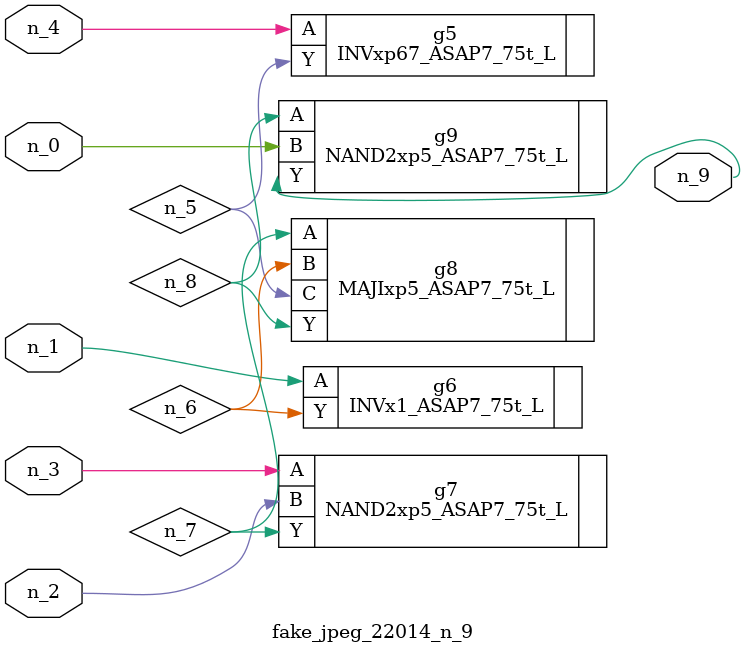
<source format=v>
module fake_jpeg_22014_n_9 (n_3, n_2, n_1, n_0, n_4, n_9);

input n_3;
input n_2;
input n_1;
input n_0;
input n_4;

output n_9;

wire n_8;
wire n_6;
wire n_5;
wire n_7;

INVxp67_ASAP7_75t_L g5 ( 
.A(n_4),
.Y(n_5)
);

INVx1_ASAP7_75t_L g6 ( 
.A(n_1),
.Y(n_6)
);

NAND2xp5_ASAP7_75t_L g7 ( 
.A(n_3),
.B(n_2),
.Y(n_7)
);

MAJIxp5_ASAP7_75t_L g8 ( 
.A(n_7),
.B(n_6),
.C(n_5),
.Y(n_8)
);

NAND2xp5_ASAP7_75t_L g9 ( 
.A(n_8),
.B(n_0),
.Y(n_9)
);


endmodule
</source>
